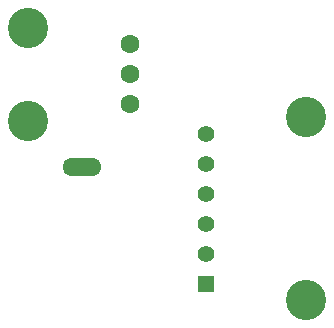
<source format=gbr>
%TF.GenerationSoftware,KiCad,Pcbnew,6.0.7-f9a2dced07~116~ubuntu20.04.1*%
%TF.CreationDate,2022-09-17T15:12:38-07:00*%
%TF.ProjectId,MAG_encoder_adapter,4d41475f-656e-4636-9f64-65725f616461,rev?*%
%TF.SameCoordinates,Original*%
%TF.FileFunction,Soldermask,Bot*%
%TF.FilePolarity,Negative*%
%FSLAX46Y46*%
G04 Gerber Fmt 4.6, Leading zero omitted, Abs format (unit mm)*
G04 Created by KiCad (PCBNEW 6.0.7-f9a2dced07~116~ubuntu20.04.1) date 2022-09-17 15:12:38*
%MOMM*%
%LPD*%
G01*
G04 APERTURE LIST*
%ADD10C,3.403600*%
%ADD11R,1.397000X1.397000*%
%ADD12C,1.397000*%
%ADD13C,1.600200*%
%ADD14O,3.302000X1.524000*%
G04 APERTURE END LIST*
D10*
%TO.C,J3*%
X182028900Y-110308500D03*
X182028900Y-125802500D03*
D11*
X173558000Y-124405500D03*
D12*
X173558000Y-121865500D03*
X173558000Y-119325500D03*
X173558000Y-116785500D03*
X173558000Y-114245500D03*
X173558000Y-111705500D03*
%TD*%
D10*
%TO.C,J2*%
X158516450Y-110620000D03*
X158516450Y-102740000D03*
D13*
X167156451Y-104140000D03*
X167156451Y-106680000D03*
X167156451Y-109220000D03*
%TD*%
D14*
%TO.C,REF\u002A\u002A*%
X163068000Y-114554000D03*
%TD*%
M02*

</source>
